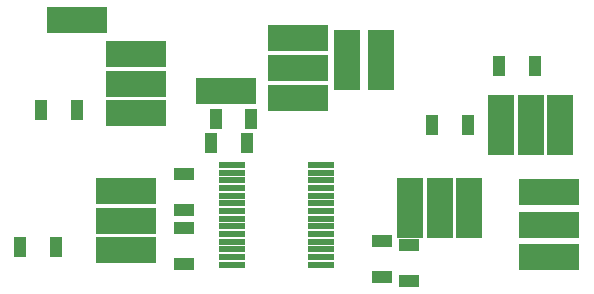
<source format=gbr>
%FSLAX34Y34*%
%MOMM*%
%LNSOLDERMASK_TOP*%
G71*
G01*
%ADD10R, 2.200X0.600*%
%ADD11R, 5.200X2.200*%
%ADD12R, 2.200X5.200*%
%ADD13R, 1.070X1.800*%
%ADD14R, 1.800X1.070*%
%LPD*%
X194600Y-136000D02*
G54D10*
D03*
X194600Y-142500D02*
G54D10*
D03*
X194600Y-149000D02*
G54D10*
D03*
X194600Y-155500D02*
G54D10*
D03*
X194600Y-162000D02*
G54D10*
D03*
X194600Y-168500D02*
G54D10*
D03*
X194600Y-175000D02*
G54D10*
D03*
X194600Y-181500D02*
G54D10*
D03*
X194600Y-188000D02*
G54D10*
D03*
X194600Y-194500D02*
G54D10*
D03*
X194600Y-201000D02*
G54D10*
D03*
X194600Y-207500D02*
G54D10*
D03*
X194600Y-214000D02*
G54D10*
D03*
X194600Y-220500D02*
G54D10*
D03*
X270200Y-136000D02*
G54D10*
D03*
X270200Y-142500D02*
G54D10*
D03*
X270200Y-149000D02*
G54D10*
D03*
X270200Y-155500D02*
G54D10*
D03*
X270200Y-162000D02*
G54D10*
D03*
X270200Y-168500D02*
G54D10*
D03*
X270200Y-175000D02*
G54D10*
D03*
X270200Y-181500D02*
G54D10*
D03*
X270200Y-188000D02*
G54D10*
D03*
X270200Y-194500D02*
G54D10*
D03*
X270200Y-201000D02*
G54D10*
D03*
X270200Y-207500D02*
G54D10*
D03*
X270200Y-214000D02*
G54D10*
D03*
X270200Y-220500D02*
G54D10*
D03*
X113000Y-42000D02*
G54D11*
D03*
X113000Y-67000D02*
G54D11*
D03*
X113000Y-92000D02*
G54D11*
D03*
X472686Y-102277D02*
G54D12*
D03*
X447686Y-102277D02*
G54D12*
D03*
X422686Y-102277D02*
G54D12*
D03*
X395686Y-172277D02*
G54D12*
D03*
X370686Y-172277D02*
G54D12*
D03*
X345686Y-172277D02*
G54D12*
D03*
X463000Y-187000D02*
G54D11*
D03*
X463000Y-214000D02*
G54D11*
D03*
X250500Y-28500D02*
G54D11*
D03*
X463000Y-159000D02*
G54D11*
D03*
X364300Y-101700D02*
G54D13*
D03*
X394700Y-101700D02*
G54D13*
D03*
X421000Y-52000D02*
G54D13*
D03*
X451400Y-52000D02*
G54D13*
D03*
X321500Y-200000D02*
G54D14*
D03*
X321500Y-230400D02*
G54D14*
D03*
X15600Y-205200D02*
G54D13*
D03*
X46000Y-205200D02*
G54D13*
D03*
X33200Y-89500D02*
G54D13*
D03*
X63600Y-89500D02*
G54D13*
D03*
X154300Y-144000D02*
G54D14*
D03*
X154300Y-174400D02*
G54D14*
D03*
X154300Y-189100D02*
G54D14*
D03*
X154300Y-219500D02*
G54D14*
D03*
X250500Y-53500D02*
G54D11*
D03*
X250500Y-79000D02*
G54D11*
D03*
X291800Y-46800D02*
G54D12*
D03*
X320500Y-46700D02*
G54D12*
D03*
X190000Y-73600D02*
G54D11*
D03*
X180800Y-96900D02*
G54D13*
D03*
X211200Y-96900D02*
G54D13*
D03*
X176900Y-117400D02*
G54D13*
D03*
X207300Y-117400D02*
G54D13*
D03*
X63700Y-13400D02*
G54D11*
D03*
X344800Y-203500D02*
G54D14*
D03*
X344800Y-233900D02*
G54D14*
D03*
X105100Y-158300D02*
G54D11*
D03*
X105100Y-183300D02*
G54D11*
D03*
X105100Y-208300D02*
G54D11*
D03*
M02*

</source>
